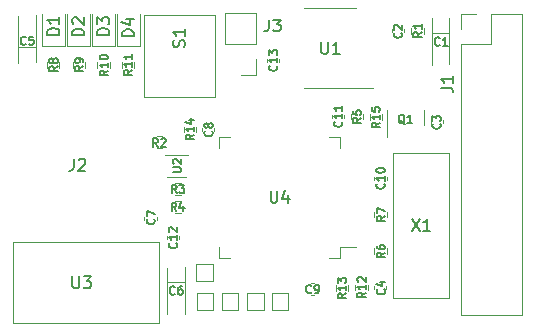
<source format=gbr>
%TF.GenerationSoftware,KiCad,Pcbnew,(6.0.7)*%
%TF.CreationDate,2022-09-02T14:05:42+02:00*%
%TF.ProjectId,blackmagic,626c6163-6b6d-4616-9769-632e6b696361,rev?*%
%TF.SameCoordinates,Original*%
%TF.FileFunction,Legend,Top*%
%TF.FilePolarity,Positive*%
%FSLAX46Y46*%
G04 Gerber Fmt 4.6, Leading zero omitted, Abs format (unit mm)*
G04 Created by KiCad (PCBNEW (6.0.7)) date 2022-09-02 14:05:42*
%MOMM*%
%LPD*%
G01*
G04 APERTURE LIST*
%ADD10C,0.150000*%
%ADD11C,0.120000*%
G04 APERTURE END LIST*
D10*
%TO.C,S1*%
X34429761Y-23511904D02*
X34477380Y-23369047D01*
X34477380Y-23130952D01*
X34429761Y-23035714D01*
X34382142Y-22988095D01*
X34286904Y-22940476D01*
X34191666Y-22940476D01*
X34096428Y-22988095D01*
X34048809Y-23035714D01*
X34001190Y-23130952D01*
X33953571Y-23321428D01*
X33905952Y-23416666D01*
X33858333Y-23464285D01*
X33763095Y-23511904D01*
X33667857Y-23511904D01*
X33572619Y-23464285D01*
X33525000Y-23416666D01*
X33477380Y-23321428D01*
X33477380Y-23083333D01*
X33525000Y-22940476D01*
X34477380Y-21988095D02*
X34477380Y-22559523D01*
X34477380Y-22273809D02*
X33477380Y-22273809D01*
X33620238Y-22369047D01*
X33715476Y-22464285D01*
X33763095Y-22559523D01*
%TO.C,X1*%
X53690476Y-38077380D02*
X54357142Y-39077380D01*
X54357142Y-38077380D02*
X53690476Y-39077380D01*
X55261904Y-39077380D02*
X54690476Y-39077380D01*
X54976190Y-39077380D02*
X54976190Y-38077380D01*
X54880952Y-38220238D01*
X54785714Y-38315476D01*
X54690476Y-38363095D01*
%TO.C,U4*%
X41738095Y-35677380D02*
X41738095Y-36486904D01*
X41785714Y-36582142D01*
X41833333Y-36629761D01*
X41928571Y-36677380D01*
X42119047Y-36677380D01*
X42214285Y-36629761D01*
X42261904Y-36582142D01*
X42309523Y-36486904D01*
X42309523Y-35677380D01*
X43214285Y-36010714D02*
X43214285Y-36677380D01*
X42976190Y-35629761D02*
X42738095Y-36344047D01*
X43357142Y-36344047D01*
%TO.C,U3*%
X24963095Y-42927380D02*
X24963095Y-43736904D01*
X25010714Y-43832142D01*
X25058333Y-43879761D01*
X25153571Y-43927380D01*
X25344047Y-43927380D01*
X25439285Y-43879761D01*
X25486904Y-43832142D01*
X25534523Y-43736904D01*
X25534523Y-42927380D01*
X25915476Y-42927380D02*
X26534523Y-42927380D01*
X26201190Y-43308333D01*
X26344047Y-43308333D01*
X26439285Y-43355952D01*
X26486904Y-43403571D01*
X26534523Y-43498809D01*
X26534523Y-43736904D01*
X26486904Y-43832142D01*
X26439285Y-43879761D01*
X26344047Y-43927380D01*
X26058333Y-43927380D01*
X25963095Y-43879761D01*
X25915476Y-43832142D01*
%TO.C,U2*%
X33466666Y-34083333D02*
X34033333Y-34083333D01*
X34100000Y-34050000D01*
X34133333Y-34016666D01*
X34166666Y-33950000D01*
X34166666Y-33816666D01*
X34133333Y-33750000D01*
X34100000Y-33716666D01*
X34033333Y-33683333D01*
X33466666Y-33683333D01*
X33533333Y-33383333D02*
X33500000Y-33350000D01*
X33466666Y-33283333D01*
X33466666Y-33116666D01*
X33500000Y-33050000D01*
X33533333Y-33016666D01*
X33600000Y-32983333D01*
X33666666Y-32983333D01*
X33766666Y-33016666D01*
X34166666Y-33416666D01*
X34166666Y-32983333D01*
%TO.C,U1*%
X46038095Y-23077380D02*
X46038095Y-23886904D01*
X46085714Y-23982142D01*
X46133333Y-24029761D01*
X46228571Y-24077380D01*
X46419047Y-24077380D01*
X46514285Y-24029761D01*
X46561904Y-23982142D01*
X46609523Y-23886904D01*
X46609523Y-23077380D01*
X47609523Y-24077380D02*
X47038095Y-24077380D01*
X47323809Y-24077380D02*
X47323809Y-23077380D01*
X47228571Y-23220238D01*
X47133333Y-23315476D01*
X47038095Y-23363095D01*
%TO.C,R15*%
X50991666Y-29900000D02*
X50658333Y-30133333D01*
X50991666Y-30300000D02*
X50291666Y-30300000D01*
X50291666Y-30033333D01*
X50325000Y-29966666D01*
X50358333Y-29933333D01*
X50425000Y-29900000D01*
X50525000Y-29900000D01*
X50591666Y-29933333D01*
X50625000Y-29966666D01*
X50658333Y-30033333D01*
X50658333Y-30300000D01*
X50991666Y-29233333D02*
X50991666Y-29633333D01*
X50991666Y-29433333D02*
X50291666Y-29433333D01*
X50391666Y-29500000D01*
X50458333Y-29566666D01*
X50491666Y-29633333D01*
X50291666Y-28600000D02*
X50291666Y-28933333D01*
X50625000Y-28966666D01*
X50591666Y-28933333D01*
X50558333Y-28866666D01*
X50558333Y-28700000D01*
X50591666Y-28633333D01*
X50625000Y-28600000D01*
X50691666Y-28566666D01*
X50858333Y-28566666D01*
X50925000Y-28600000D01*
X50958333Y-28633333D01*
X50991666Y-28700000D01*
X50991666Y-28866666D01*
X50958333Y-28933333D01*
X50925000Y-28966666D01*
%TO.C,R14*%
X35266666Y-30925000D02*
X34933333Y-31158333D01*
X35266666Y-31325000D02*
X34566666Y-31325000D01*
X34566666Y-31058333D01*
X34600000Y-30991666D01*
X34633333Y-30958333D01*
X34700000Y-30925000D01*
X34800000Y-30925000D01*
X34866666Y-30958333D01*
X34900000Y-30991666D01*
X34933333Y-31058333D01*
X34933333Y-31325000D01*
X35266666Y-30258333D02*
X35266666Y-30658333D01*
X35266666Y-30458333D02*
X34566666Y-30458333D01*
X34666666Y-30525000D01*
X34733333Y-30591666D01*
X34766666Y-30658333D01*
X34800000Y-29658333D02*
X35266666Y-29658333D01*
X34533333Y-29825000D02*
X35033333Y-29991666D01*
X35033333Y-29558333D01*
%TO.C,R13*%
X48141666Y-44375000D02*
X47808333Y-44608333D01*
X48141666Y-44775000D02*
X47441666Y-44775000D01*
X47441666Y-44508333D01*
X47475000Y-44441666D01*
X47508333Y-44408333D01*
X47575000Y-44375000D01*
X47675000Y-44375000D01*
X47741666Y-44408333D01*
X47775000Y-44441666D01*
X47808333Y-44508333D01*
X47808333Y-44775000D01*
X48141666Y-43708333D02*
X48141666Y-44108333D01*
X48141666Y-43908333D02*
X47441666Y-43908333D01*
X47541666Y-43975000D01*
X47608333Y-44041666D01*
X47641666Y-44108333D01*
X47441666Y-43475000D02*
X47441666Y-43041666D01*
X47708333Y-43275000D01*
X47708333Y-43175000D01*
X47741666Y-43108333D01*
X47775000Y-43075000D01*
X47841666Y-43041666D01*
X48008333Y-43041666D01*
X48075000Y-43075000D01*
X48108333Y-43108333D01*
X48141666Y-43175000D01*
X48141666Y-43375000D01*
X48108333Y-43441666D01*
X48075000Y-43475000D01*
%TO.C,R12*%
X49791666Y-44300000D02*
X49458333Y-44533333D01*
X49791666Y-44700000D02*
X49091666Y-44700000D01*
X49091666Y-44433333D01*
X49125000Y-44366666D01*
X49158333Y-44333333D01*
X49225000Y-44300000D01*
X49325000Y-44300000D01*
X49391666Y-44333333D01*
X49425000Y-44366666D01*
X49458333Y-44433333D01*
X49458333Y-44700000D01*
X49791666Y-43633333D02*
X49791666Y-44033333D01*
X49791666Y-43833333D02*
X49091666Y-43833333D01*
X49191666Y-43900000D01*
X49258333Y-43966666D01*
X49291666Y-44033333D01*
X49158333Y-43366666D02*
X49125000Y-43333333D01*
X49091666Y-43266666D01*
X49091666Y-43100000D01*
X49125000Y-43033333D01*
X49158333Y-43000000D01*
X49225000Y-42966666D01*
X49291666Y-42966666D01*
X49391666Y-43000000D01*
X49791666Y-43400000D01*
X49791666Y-42966666D01*
%TO.C,R11*%
X30041666Y-25450000D02*
X29708333Y-25683333D01*
X30041666Y-25850000D02*
X29341666Y-25850000D01*
X29341666Y-25583333D01*
X29375000Y-25516666D01*
X29408333Y-25483333D01*
X29475000Y-25450000D01*
X29575000Y-25450000D01*
X29641666Y-25483333D01*
X29675000Y-25516666D01*
X29708333Y-25583333D01*
X29708333Y-25850000D01*
X30041666Y-24783333D02*
X30041666Y-25183333D01*
X30041666Y-24983333D02*
X29341666Y-24983333D01*
X29441666Y-25050000D01*
X29508333Y-25116666D01*
X29541666Y-25183333D01*
X30041666Y-24116666D02*
X30041666Y-24516666D01*
X30041666Y-24316666D02*
X29341666Y-24316666D01*
X29441666Y-24383333D01*
X29508333Y-24450000D01*
X29541666Y-24516666D01*
%TO.C,R10*%
X27966666Y-25495000D02*
X27633333Y-25728333D01*
X27966666Y-25895000D02*
X27266666Y-25895000D01*
X27266666Y-25628333D01*
X27300000Y-25561666D01*
X27333333Y-25528333D01*
X27400000Y-25495000D01*
X27500000Y-25495000D01*
X27566666Y-25528333D01*
X27600000Y-25561666D01*
X27633333Y-25628333D01*
X27633333Y-25895000D01*
X27966666Y-24828333D02*
X27966666Y-25228333D01*
X27966666Y-25028333D02*
X27266666Y-25028333D01*
X27366666Y-25095000D01*
X27433333Y-25161666D01*
X27466666Y-25228333D01*
X27266666Y-24395000D02*
X27266666Y-24328333D01*
X27300000Y-24261666D01*
X27333333Y-24228333D01*
X27400000Y-24195000D01*
X27533333Y-24161666D01*
X27700000Y-24161666D01*
X27833333Y-24195000D01*
X27900000Y-24228333D01*
X27933333Y-24261666D01*
X27966666Y-24328333D01*
X27966666Y-24395000D01*
X27933333Y-24461666D01*
X27900000Y-24495000D01*
X27833333Y-24528333D01*
X27700000Y-24561666D01*
X27533333Y-24561666D01*
X27400000Y-24528333D01*
X27333333Y-24495000D01*
X27300000Y-24461666D01*
X27266666Y-24395000D01*
%TO.C,R9*%
X25866666Y-25116666D02*
X25533333Y-25350000D01*
X25866666Y-25516666D02*
X25166666Y-25516666D01*
X25166666Y-25250000D01*
X25200000Y-25183333D01*
X25233333Y-25150000D01*
X25300000Y-25116666D01*
X25400000Y-25116666D01*
X25466666Y-25150000D01*
X25500000Y-25183333D01*
X25533333Y-25250000D01*
X25533333Y-25516666D01*
X25866666Y-24783333D02*
X25866666Y-24650000D01*
X25833333Y-24583333D01*
X25800000Y-24550000D01*
X25700000Y-24483333D01*
X25566666Y-24450000D01*
X25300000Y-24450000D01*
X25233333Y-24483333D01*
X25200000Y-24516666D01*
X25166666Y-24583333D01*
X25166666Y-24716666D01*
X25200000Y-24783333D01*
X25233333Y-24816666D01*
X25300000Y-24850000D01*
X25466666Y-24850000D01*
X25533333Y-24816666D01*
X25566666Y-24783333D01*
X25600000Y-24716666D01*
X25600000Y-24583333D01*
X25566666Y-24516666D01*
X25533333Y-24483333D01*
X25466666Y-24450000D01*
%TO.C,R8*%
X23716666Y-25141666D02*
X23383333Y-25375000D01*
X23716666Y-25541666D02*
X23016666Y-25541666D01*
X23016666Y-25275000D01*
X23050000Y-25208333D01*
X23083333Y-25175000D01*
X23150000Y-25141666D01*
X23250000Y-25141666D01*
X23316666Y-25175000D01*
X23350000Y-25208333D01*
X23383333Y-25275000D01*
X23383333Y-25541666D01*
X23316666Y-24741666D02*
X23283333Y-24808333D01*
X23250000Y-24841666D01*
X23183333Y-24875000D01*
X23150000Y-24875000D01*
X23083333Y-24841666D01*
X23050000Y-24808333D01*
X23016666Y-24741666D01*
X23016666Y-24608333D01*
X23050000Y-24541666D01*
X23083333Y-24508333D01*
X23150000Y-24475000D01*
X23183333Y-24475000D01*
X23250000Y-24508333D01*
X23283333Y-24541666D01*
X23316666Y-24608333D01*
X23316666Y-24741666D01*
X23350000Y-24808333D01*
X23383333Y-24841666D01*
X23450000Y-24875000D01*
X23583333Y-24875000D01*
X23650000Y-24841666D01*
X23683333Y-24808333D01*
X23716666Y-24741666D01*
X23716666Y-24608333D01*
X23683333Y-24541666D01*
X23650000Y-24508333D01*
X23583333Y-24475000D01*
X23450000Y-24475000D01*
X23383333Y-24508333D01*
X23350000Y-24541666D01*
X23316666Y-24608333D01*
%TO.C,R7*%
X51441666Y-37816666D02*
X51108333Y-38050000D01*
X51441666Y-38216666D02*
X50741666Y-38216666D01*
X50741666Y-37950000D01*
X50775000Y-37883333D01*
X50808333Y-37850000D01*
X50875000Y-37816666D01*
X50975000Y-37816666D01*
X51041666Y-37850000D01*
X51075000Y-37883333D01*
X51108333Y-37950000D01*
X51108333Y-38216666D01*
X50741666Y-37583333D02*
X50741666Y-37116666D01*
X51441666Y-37416666D01*
%TO.C,R6*%
X51416666Y-40916666D02*
X51083333Y-41150000D01*
X51416666Y-41316666D02*
X50716666Y-41316666D01*
X50716666Y-41050000D01*
X50750000Y-40983333D01*
X50783333Y-40950000D01*
X50850000Y-40916666D01*
X50950000Y-40916666D01*
X51016666Y-40950000D01*
X51050000Y-40983333D01*
X51083333Y-41050000D01*
X51083333Y-41316666D01*
X50716666Y-40316666D02*
X50716666Y-40450000D01*
X50750000Y-40516666D01*
X50783333Y-40550000D01*
X50883333Y-40616666D01*
X51016666Y-40650000D01*
X51283333Y-40650000D01*
X51350000Y-40616666D01*
X51383333Y-40583333D01*
X51416666Y-40516666D01*
X51416666Y-40383333D01*
X51383333Y-40316666D01*
X51350000Y-40283333D01*
X51283333Y-40250000D01*
X51116666Y-40250000D01*
X51050000Y-40283333D01*
X51016666Y-40316666D01*
X50983333Y-40383333D01*
X50983333Y-40516666D01*
X51016666Y-40583333D01*
X51050000Y-40616666D01*
X51116666Y-40650000D01*
%TO.C,R5*%
X49391666Y-29516666D02*
X49058333Y-29750000D01*
X49391666Y-29916666D02*
X48691666Y-29916666D01*
X48691666Y-29650000D01*
X48725000Y-29583333D01*
X48758333Y-29550000D01*
X48825000Y-29516666D01*
X48925000Y-29516666D01*
X48991666Y-29550000D01*
X49025000Y-29583333D01*
X49058333Y-29650000D01*
X49058333Y-29916666D01*
X48691666Y-28883333D02*
X48691666Y-29216666D01*
X49025000Y-29250000D01*
X48991666Y-29216666D01*
X48958333Y-29150000D01*
X48958333Y-28983333D01*
X48991666Y-28916666D01*
X49025000Y-28883333D01*
X49091666Y-28850000D01*
X49258333Y-28850000D01*
X49325000Y-28883333D01*
X49358333Y-28916666D01*
X49391666Y-28983333D01*
X49391666Y-29150000D01*
X49358333Y-29216666D01*
X49325000Y-29250000D01*
%TO.C,R4*%
X33758333Y-37391666D02*
X33525000Y-37058333D01*
X33358333Y-37391666D02*
X33358333Y-36691666D01*
X33625000Y-36691666D01*
X33691666Y-36725000D01*
X33725000Y-36758333D01*
X33758333Y-36825000D01*
X33758333Y-36925000D01*
X33725000Y-36991666D01*
X33691666Y-37025000D01*
X33625000Y-37058333D01*
X33358333Y-37058333D01*
X34358333Y-36925000D02*
X34358333Y-37391666D01*
X34191666Y-36658333D02*
X34025000Y-37158333D01*
X34458333Y-37158333D01*
%TO.C,R3*%
X33783333Y-35866666D02*
X33550000Y-35533333D01*
X33383333Y-35866666D02*
X33383333Y-35166666D01*
X33650000Y-35166666D01*
X33716666Y-35200000D01*
X33750000Y-35233333D01*
X33783333Y-35300000D01*
X33783333Y-35400000D01*
X33750000Y-35466666D01*
X33716666Y-35500000D01*
X33650000Y-35533333D01*
X33383333Y-35533333D01*
X34016666Y-35166666D02*
X34450000Y-35166666D01*
X34216666Y-35433333D01*
X34316666Y-35433333D01*
X34383333Y-35466666D01*
X34416666Y-35500000D01*
X34450000Y-35566666D01*
X34450000Y-35733333D01*
X34416666Y-35800000D01*
X34383333Y-35833333D01*
X34316666Y-35866666D01*
X34116666Y-35866666D01*
X34050000Y-35833333D01*
X34016666Y-35800000D01*
%TO.C,R2*%
X32208333Y-31941666D02*
X31975000Y-31608333D01*
X31808333Y-31941666D02*
X31808333Y-31241666D01*
X32075000Y-31241666D01*
X32141666Y-31275000D01*
X32175000Y-31308333D01*
X32208333Y-31375000D01*
X32208333Y-31475000D01*
X32175000Y-31541666D01*
X32141666Y-31575000D01*
X32075000Y-31608333D01*
X31808333Y-31608333D01*
X32475000Y-31308333D02*
X32508333Y-31275000D01*
X32575000Y-31241666D01*
X32741666Y-31241666D01*
X32808333Y-31275000D01*
X32841666Y-31308333D01*
X32875000Y-31375000D01*
X32875000Y-31441666D01*
X32841666Y-31541666D01*
X32441666Y-31941666D01*
X32875000Y-31941666D01*
%TO.C,R1*%
X54541666Y-22216666D02*
X54208333Y-22450000D01*
X54541666Y-22616666D02*
X53841666Y-22616666D01*
X53841666Y-22350000D01*
X53875000Y-22283333D01*
X53908333Y-22250000D01*
X53975000Y-22216666D01*
X54075000Y-22216666D01*
X54141666Y-22250000D01*
X54175000Y-22283333D01*
X54208333Y-22350000D01*
X54208333Y-22616666D01*
X54541666Y-21550000D02*
X54541666Y-21950000D01*
X54541666Y-21750000D02*
X53841666Y-21750000D01*
X53941666Y-21816666D01*
X54008333Y-21883333D01*
X54041666Y-21950000D01*
%TO.C,Q1*%
X53083333Y-30033333D02*
X53016666Y-30000000D01*
X52950000Y-29933333D01*
X52850000Y-29833333D01*
X52783333Y-29800000D01*
X52716666Y-29800000D01*
X52750000Y-29966666D02*
X52683333Y-29933333D01*
X52616666Y-29866666D01*
X52583333Y-29733333D01*
X52583333Y-29500000D01*
X52616666Y-29366666D01*
X52683333Y-29300000D01*
X52750000Y-29266666D01*
X52883333Y-29266666D01*
X52950000Y-29300000D01*
X53016666Y-29366666D01*
X53050000Y-29500000D01*
X53050000Y-29733333D01*
X53016666Y-29866666D01*
X52950000Y-29933333D01*
X52883333Y-29966666D01*
X52750000Y-29966666D01*
X53716666Y-29966666D02*
X53316666Y-29966666D01*
X53516666Y-29966666D02*
X53516666Y-29266666D01*
X53450000Y-29366666D01*
X53383333Y-29433333D01*
X53316666Y-29466666D01*
%TO.C,J3*%
X41591666Y-21177380D02*
X41591666Y-21891666D01*
X41544047Y-22034523D01*
X41448809Y-22129761D01*
X41305952Y-22177380D01*
X41210714Y-22177380D01*
X41972619Y-21177380D02*
X42591666Y-21177380D01*
X42258333Y-21558333D01*
X42401190Y-21558333D01*
X42496428Y-21605952D01*
X42544047Y-21653571D01*
X42591666Y-21748809D01*
X42591666Y-21986904D01*
X42544047Y-22082142D01*
X42496428Y-22129761D01*
X42401190Y-22177380D01*
X42115476Y-22177380D01*
X42020238Y-22129761D01*
X41972619Y-22082142D01*
%TO.C,J2*%
X25066666Y-32977380D02*
X25066666Y-33691666D01*
X25019047Y-33834523D01*
X24923809Y-33929761D01*
X24780952Y-33977380D01*
X24685714Y-33977380D01*
X25495238Y-33072619D02*
X25542857Y-33025000D01*
X25638095Y-32977380D01*
X25876190Y-32977380D01*
X25971428Y-33025000D01*
X26019047Y-33072619D01*
X26066666Y-33167857D01*
X26066666Y-33263095D01*
X26019047Y-33405952D01*
X25447619Y-33977380D01*
X26066666Y-33977380D01*
%TO.C,J1*%
X56152380Y-26958333D02*
X56866666Y-26958333D01*
X57009523Y-27005952D01*
X57104761Y-27101190D01*
X57152380Y-27244047D01*
X57152380Y-27339285D01*
X57152380Y-25958333D02*
X57152380Y-26529761D01*
X57152380Y-26244047D02*
X56152380Y-26244047D01*
X56295238Y-26339285D01*
X56390476Y-26434523D01*
X56438095Y-26529761D01*
%TO.C,D4*%
X30152380Y-22588095D02*
X29152380Y-22588095D01*
X29152380Y-22350000D01*
X29200000Y-22207142D01*
X29295238Y-22111904D01*
X29390476Y-22064285D01*
X29580952Y-22016666D01*
X29723809Y-22016666D01*
X29914285Y-22064285D01*
X30009523Y-22111904D01*
X30104761Y-22207142D01*
X30152380Y-22350000D01*
X30152380Y-22588095D01*
X29485714Y-21159523D02*
X30152380Y-21159523D01*
X29104761Y-21397619D02*
X29819047Y-21635714D01*
X29819047Y-21016666D01*
%TO.C,D3*%
X28077380Y-22488095D02*
X27077380Y-22488095D01*
X27077380Y-22250000D01*
X27125000Y-22107142D01*
X27220238Y-22011904D01*
X27315476Y-21964285D01*
X27505952Y-21916666D01*
X27648809Y-21916666D01*
X27839285Y-21964285D01*
X27934523Y-22011904D01*
X28029761Y-22107142D01*
X28077380Y-22250000D01*
X28077380Y-22488095D01*
X27077380Y-21583333D02*
X27077380Y-20964285D01*
X27458333Y-21297619D01*
X27458333Y-21154761D01*
X27505952Y-21059523D01*
X27553571Y-21011904D01*
X27648809Y-20964285D01*
X27886904Y-20964285D01*
X27982142Y-21011904D01*
X28029761Y-21059523D01*
X28077380Y-21154761D01*
X28077380Y-21440476D01*
X28029761Y-21535714D01*
X27982142Y-21583333D01*
%TO.C,D2*%
X25952380Y-22513095D02*
X24952380Y-22513095D01*
X24952380Y-22275000D01*
X25000000Y-22132142D01*
X25095238Y-22036904D01*
X25190476Y-21989285D01*
X25380952Y-21941666D01*
X25523809Y-21941666D01*
X25714285Y-21989285D01*
X25809523Y-22036904D01*
X25904761Y-22132142D01*
X25952380Y-22275000D01*
X25952380Y-22513095D01*
X25047619Y-21560714D02*
X25000000Y-21513095D01*
X24952380Y-21417857D01*
X24952380Y-21179761D01*
X25000000Y-21084523D01*
X25047619Y-21036904D01*
X25142857Y-20989285D01*
X25238095Y-20989285D01*
X25380952Y-21036904D01*
X25952380Y-21608333D01*
X25952380Y-20989285D01*
%TO.C,D1*%
X23852380Y-22483095D02*
X22852380Y-22483095D01*
X22852380Y-22245000D01*
X22900000Y-22102142D01*
X22995238Y-22006904D01*
X23090476Y-21959285D01*
X23280952Y-21911666D01*
X23423809Y-21911666D01*
X23614285Y-21959285D01*
X23709523Y-22006904D01*
X23804761Y-22102142D01*
X23852380Y-22245000D01*
X23852380Y-22483095D01*
X23852380Y-20959285D02*
X23852380Y-21530714D01*
X23852380Y-21245000D02*
X22852380Y-21245000D01*
X22995238Y-21340238D01*
X23090476Y-21435476D01*
X23138095Y-21530714D01*
%TO.C,C13*%
X42250000Y-25075000D02*
X42283333Y-25108333D01*
X42316666Y-25208333D01*
X42316666Y-25275000D01*
X42283333Y-25375000D01*
X42216666Y-25441666D01*
X42150000Y-25475000D01*
X42016666Y-25508333D01*
X41916666Y-25508333D01*
X41783333Y-25475000D01*
X41716666Y-25441666D01*
X41650000Y-25375000D01*
X41616666Y-25275000D01*
X41616666Y-25208333D01*
X41650000Y-25108333D01*
X41683333Y-25075000D01*
X42316666Y-24408333D02*
X42316666Y-24808333D01*
X42316666Y-24608333D02*
X41616666Y-24608333D01*
X41716666Y-24675000D01*
X41783333Y-24741666D01*
X41816666Y-24808333D01*
X41616666Y-24175000D02*
X41616666Y-23741666D01*
X41883333Y-23975000D01*
X41883333Y-23875000D01*
X41916666Y-23808333D01*
X41950000Y-23775000D01*
X42016666Y-23741666D01*
X42183333Y-23741666D01*
X42250000Y-23775000D01*
X42283333Y-23808333D01*
X42316666Y-23875000D01*
X42316666Y-24075000D01*
X42283333Y-24141666D01*
X42250000Y-24175000D01*
%TO.C,C12*%
X33750000Y-40100000D02*
X33783333Y-40133333D01*
X33816666Y-40233333D01*
X33816666Y-40300000D01*
X33783333Y-40400000D01*
X33716666Y-40466666D01*
X33650000Y-40500000D01*
X33516666Y-40533333D01*
X33416666Y-40533333D01*
X33283333Y-40500000D01*
X33216666Y-40466666D01*
X33150000Y-40400000D01*
X33116666Y-40300000D01*
X33116666Y-40233333D01*
X33150000Y-40133333D01*
X33183333Y-40100000D01*
X33816666Y-39433333D02*
X33816666Y-39833333D01*
X33816666Y-39633333D02*
X33116666Y-39633333D01*
X33216666Y-39700000D01*
X33283333Y-39766666D01*
X33316666Y-39833333D01*
X33183333Y-39166666D02*
X33150000Y-39133333D01*
X33116666Y-39066666D01*
X33116666Y-38900000D01*
X33150000Y-38833333D01*
X33183333Y-38800000D01*
X33250000Y-38766666D01*
X33316666Y-38766666D01*
X33416666Y-38800000D01*
X33816666Y-39200000D01*
X33816666Y-38766666D01*
%TO.C,C11*%
X47750000Y-29825000D02*
X47783333Y-29858333D01*
X47816666Y-29958333D01*
X47816666Y-30025000D01*
X47783333Y-30125000D01*
X47716666Y-30191666D01*
X47650000Y-30225000D01*
X47516666Y-30258333D01*
X47416666Y-30258333D01*
X47283333Y-30225000D01*
X47216666Y-30191666D01*
X47150000Y-30125000D01*
X47116666Y-30025000D01*
X47116666Y-29958333D01*
X47150000Y-29858333D01*
X47183333Y-29825000D01*
X47816666Y-29158333D02*
X47816666Y-29558333D01*
X47816666Y-29358333D02*
X47116666Y-29358333D01*
X47216666Y-29425000D01*
X47283333Y-29491666D01*
X47316666Y-29558333D01*
X47816666Y-28491666D02*
X47816666Y-28891666D01*
X47816666Y-28691666D02*
X47116666Y-28691666D01*
X47216666Y-28758333D01*
X47283333Y-28825000D01*
X47316666Y-28891666D01*
%TO.C,C10*%
X51325000Y-35075000D02*
X51358333Y-35108333D01*
X51391666Y-35208333D01*
X51391666Y-35275000D01*
X51358333Y-35375000D01*
X51291666Y-35441666D01*
X51225000Y-35475000D01*
X51091666Y-35508333D01*
X50991666Y-35508333D01*
X50858333Y-35475000D01*
X50791666Y-35441666D01*
X50725000Y-35375000D01*
X50691666Y-35275000D01*
X50691666Y-35208333D01*
X50725000Y-35108333D01*
X50758333Y-35075000D01*
X51391666Y-34408333D02*
X51391666Y-34808333D01*
X51391666Y-34608333D02*
X50691666Y-34608333D01*
X50791666Y-34675000D01*
X50858333Y-34741666D01*
X50891666Y-34808333D01*
X50691666Y-33975000D02*
X50691666Y-33908333D01*
X50725000Y-33841666D01*
X50758333Y-33808333D01*
X50825000Y-33775000D01*
X50958333Y-33741666D01*
X51125000Y-33741666D01*
X51258333Y-33775000D01*
X51325000Y-33808333D01*
X51358333Y-33841666D01*
X51391666Y-33908333D01*
X51391666Y-33975000D01*
X51358333Y-34041666D01*
X51325000Y-34075000D01*
X51258333Y-34108333D01*
X51125000Y-34141666D01*
X50958333Y-34141666D01*
X50825000Y-34108333D01*
X50758333Y-34075000D01*
X50725000Y-34041666D01*
X50691666Y-33975000D01*
%TO.C,C9*%
X45183333Y-44275000D02*
X45150000Y-44308333D01*
X45050000Y-44341666D01*
X44983333Y-44341666D01*
X44883333Y-44308333D01*
X44816666Y-44241666D01*
X44783333Y-44175000D01*
X44750000Y-44041666D01*
X44750000Y-43941666D01*
X44783333Y-43808333D01*
X44816666Y-43741666D01*
X44883333Y-43675000D01*
X44983333Y-43641666D01*
X45050000Y-43641666D01*
X45150000Y-43675000D01*
X45183333Y-43708333D01*
X45516666Y-44341666D02*
X45650000Y-44341666D01*
X45716666Y-44308333D01*
X45750000Y-44275000D01*
X45816666Y-44175000D01*
X45850000Y-44041666D01*
X45850000Y-43775000D01*
X45816666Y-43708333D01*
X45783333Y-43675000D01*
X45716666Y-43641666D01*
X45583333Y-43641666D01*
X45516666Y-43675000D01*
X45483333Y-43708333D01*
X45450000Y-43775000D01*
X45450000Y-43941666D01*
X45483333Y-44008333D01*
X45516666Y-44041666D01*
X45583333Y-44075000D01*
X45716666Y-44075000D01*
X45783333Y-44041666D01*
X45816666Y-44008333D01*
X45850000Y-43941666D01*
%TO.C,C8*%
X36775000Y-30616666D02*
X36808333Y-30650000D01*
X36841666Y-30750000D01*
X36841666Y-30816666D01*
X36808333Y-30916666D01*
X36741666Y-30983333D01*
X36675000Y-31016666D01*
X36541666Y-31050000D01*
X36441666Y-31050000D01*
X36308333Y-31016666D01*
X36241666Y-30983333D01*
X36175000Y-30916666D01*
X36141666Y-30816666D01*
X36141666Y-30750000D01*
X36175000Y-30650000D01*
X36208333Y-30616666D01*
X36441666Y-30216666D02*
X36408333Y-30283333D01*
X36375000Y-30316666D01*
X36308333Y-30350000D01*
X36275000Y-30350000D01*
X36208333Y-30316666D01*
X36175000Y-30283333D01*
X36141666Y-30216666D01*
X36141666Y-30083333D01*
X36175000Y-30016666D01*
X36208333Y-29983333D01*
X36275000Y-29950000D01*
X36308333Y-29950000D01*
X36375000Y-29983333D01*
X36408333Y-30016666D01*
X36441666Y-30083333D01*
X36441666Y-30216666D01*
X36475000Y-30283333D01*
X36508333Y-30316666D01*
X36575000Y-30350000D01*
X36708333Y-30350000D01*
X36775000Y-30316666D01*
X36808333Y-30283333D01*
X36841666Y-30216666D01*
X36841666Y-30083333D01*
X36808333Y-30016666D01*
X36775000Y-29983333D01*
X36708333Y-29950000D01*
X36575000Y-29950000D01*
X36508333Y-29983333D01*
X36475000Y-30016666D01*
X36441666Y-30083333D01*
%TO.C,C7*%
X31875000Y-38066666D02*
X31908333Y-38100000D01*
X31941666Y-38200000D01*
X31941666Y-38266666D01*
X31908333Y-38366666D01*
X31841666Y-38433333D01*
X31775000Y-38466666D01*
X31641666Y-38500000D01*
X31541666Y-38500000D01*
X31408333Y-38466666D01*
X31341666Y-38433333D01*
X31275000Y-38366666D01*
X31241666Y-38266666D01*
X31241666Y-38200000D01*
X31275000Y-38100000D01*
X31308333Y-38066666D01*
X31241666Y-37833333D02*
X31241666Y-37366666D01*
X31941666Y-37666666D01*
%TO.C,C6*%
X33633333Y-44400000D02*
X33600000Y-44433333D01*
X33500000Y-44466666D01*
X33433333Y-44466666D01*
X33333333Y-44433333D01*
X33266666Y-44366666D01*
X33233333Y-44300000D01*
X33200000Y-44166666D01*
X33200000Y-44066666D01*
X33233333Y-43933333D01*
X33266666Y-43866666D01*
X33333333Y-43800000D01*
X33433333Y-43766666D01*
X33500000Y-43766666D01*
X33600000Y-43800000D01*
X33633333Y-43833333D01*
X34233333Y-43766666D02*
X34100000Y-43766666D01*
X34033333Y-43800000D01*
X34000000Y-43833333D01*
X33933333Y-43933333D01*
X33900000Y-44066666D01*
X33900000Y-44333333D01*
X33933333Y-44400000D01*
X33966666Y-44433333D01*
X34033333Y-44466666D01*
X34166666Y-44466666D01*
X34233333Y-44433333D01*
X34266666Y-44400000D01*
X34300000Y-44333333D01*
X34300000Y-44166666D01*
X34266666Y-44100000D01*
X34233333Y-44066666D01*
X34166666Y-44033333D01*
X34033333Y-44033333D01*
X33966666Y-44066666D01*
X33933333Y-44100000D01*
X33900000Y-44166666D01*
%TO.C,C5*%
X21008333Y-23250000D02*
X20975000Y-23283333D01*
X20875000Y-23316666D01*
X20808333Y-23316666D01*
X20708333Y-23283333D01*
X20641666Y-23216666D01*
X20608333Y-23150000D01*
X20575000Y-23016666D01*
X20575000Y-22916666D01*
X20608333Y-22783333D01*
X20641666Y-22716666D01*
X20708333Y-22650000D01*
X20808333Y-22616666D01*
X20875000Y-22616666D01*
X20975000Y-22650000D01*
X21008333Y-22683333D01*
X21641666Y-22616666D02*
X21308333Y-22616666D01*
X21275000Y-22950000D01*
X21308333Y-22916666D01*
X21375000Y-22883333D01*
X21541666Y-22883333D01*
X21608333Y-22916666D01*
X21641666Y-22950000D01*
X21675000Y-23016666D01*
X21675000Y-23183333D01*
X21641666Y-23250000D01*
X21608333Y-23283333D01*
X21541666Y-23316666D01*
X21375000Y-23316666D01*
X21308333Y-23283333D01*
X21275000Y-23250000D01*
%TO.C,C4*%
X51375000Y-44016666D02*
X51408333Y-44050000D01*
X51441666Y-44150000D01*
X51441666Y-44216666D01*
X51408333Y-44316666D01*
X51341666Y-44383333D01*
X51275000Y-44416666D01*
X51141666Y-44450000D01*
X51041666Y-44450000D01*
X50908333Y-44416666D01*
X50841666Y-44383333D01*
X50775000Y-44316666D01*
X50741666Y-44216666D01*
X50741666Y-44150000D01*
X50775000Y-44050000D01*
X50808333Y-44016666D01*
X50975000Y-43416666D02*
X51441666Y-43416666D01*
X50708333Y-43583333D02*
X51208333Y-43750000D01*
X51208333Y-43316666D01*
%TO.C,C3*%
X56075000Y-29991666D02*
X56108333Y-30025000D01*
X56141666Y-30125000D01*
X56141666Y-30191666D01*
X56108333Y-30291666D01*
X56041666Y-30358333D01*
X55975000Y-30391666D01*
X55841666Y-30425000D01*
X55741666Y-30425000D01*
X55608333Y-30391666D01*
X55541666Y-30358333D01*
X55475000Y-30291666D01*
X55441666Y-30191666D01*
X55441666Y-30125000D01*
X55475000Y-30025000D01*
X55508333Y-29991666D01*
X55441666Y-29758333D02*
X55441666Y-29325000D01*
X55708333Y-29558333D01*
X55708333Y-29458333D01*
X55741666Y-29391666D01*
X55775000Y-29358333D01*
X55841666Y-29325000D01*
X56008333Y-29325000D01*
X56075000Y-29358333D01*
X56108333Y-29391666D01*
X56141666Y-29458333D01*
X56141666Y-29658333D01*
X56108333Y-29725000D01*
X56075000Y-29758333D01*
%TO.C,C2*%
X52800000Y-22291666D02*
X52833333Y-22325000D01*
X52866666Y-22425000D01*
X52866666Y-22491666D01*
X52833333Y-22591666D01*
X52766666Y-22658333D01*
X52700000Y-22691666D01*
X52566666Y-22725000D01*
X52466666Y-22725000D01*
X52333333Y-22691666D01*
X52266666Y-22658333D01*
X52200000Y-22591666D01*
X52166666Y-22491666D01*
X52166666Y-22425000D01*
X52200000Y-22325000D01*
X52233333Y-22291666D01*
X52233333Y-22025000D02*
X52200000Y-21991666D01*
X52166666Y-21925000D01*
X52166666Y-21758333D01*
X52200000Y-21691666D01*
X52233333Y-21658333D01*
X52300000Y-21625000D01*
X52366666Y-21625000D01*
X52466666Y-21658333D01*
X52866666Y-22058333D01*
X52866666Y-21625000D01*
%TO.C,C1*%
X56058333Y-23325000D02*
X56025000Y-23358333D01*
X55925000Y-23391666D01*
X55858333Y-23391666D01*
X55758333Y-23358333D01*
X55691666Y-23291666D01*
X55658333Y-23225000D01*
X55625000Y-23091666D01*
X55625000Y-22991666D01*
X55658333Y-22858333D01*
X55691666Y-22791666D01*
X55758333Y-22725000D01*
X55858333Y-22691666D01*
X55925000Y-22691666D01*
X56025000Y-22725000D01*
X56058333Y-22758333D01*
X56725000Y-23391666D02*
X56325000Y-23391666D01*
X56525000Y-23391666D02*
X56525000Y-22691666D01*
X56458333Y-22791666D01*
X56391666Y-22858333D01*
X56325000Y-22891666D01*
D11*
%TO.C,TP5*%
X41825000Y-45750000D02*
X41825000Y-44350000D01*
X43225000Y-44350000D02*
X43225000Y-45750000D01*
X41825000Y-44350000D02*
X43225000Y-44350000D01*
X43225000Y-45750000D02*
X41825000Y-45750000D01*
%TO.C,TP4*%
X39750000Y-45775000D02*
X39750000Y-44375000D01*
X41150000Y-44375000D02*
X41150000Y-45775000D01*
X39750000Y-44375000D02*
X41150000Y-44375000D01*
X41150000Y-45775000D02*
X39750000Y-45775000D01*
%TO.C,TP3*%
X37600000Y-45750000D02*
X37600000Y-44350000D01*
X39000000Y-44350000D02*
X39000000Y-45750000D01*
X37600000Y-44350000D02*
X39000000Y-44350000D01*
X39000000Y-45750000D02*
X37600000Y-45750000D01*
%TO.C,TP2*%
X35475000Y-45750000D02*
X35475000Y-44350000D01*
X36875000Y-44350000D02*
X36875000Y-45750000D01*
X35475000Y-44350000D02*
X36875000Y-44350000D01*
X36875000Y-45750000D02*
X35475000Y-45750000D01*
%TO.C,TP1*%
X35450000Y-43275000D02*
X35450000Y-41875000D01*
X36850000Y-41875000D02*
X36850000Y-43275000D01*
X35450000Y-41875000D02*
X36850000Y-41875000D01*
X36850000Y-43275000D02*
X35450000Y-43275000D01*
%TO.C,S1*%
X31025000Y-27780000D02*
X37005000Y-27780000D01*
X37005000Y-27780000D02*
X37005000Y-20810000D01*
X37005000Y-20810000D02*
X31025000Y-20810000D01*
X31025000Y-20810000D02*
X31025000Y-27780000D01*
%TO.C,X1*%
X56880000Y-32465000D02*
X52110000Y-32465000D01*
X52110000Y-32465000D02*
X52110000Y-44785000D01*
X52110000Y-44785000D02*
X56880000Y-44785000D01*
X56880000Y-44785000D02*
X56880000Y-32465000D01*
%TO.C,U4*%
X46660000Y-41360000D02*
X47610000Y-41360000D01*
X38340000Y-41360000D02*
X37390000Y-41360000D01*
X37390000Y-31140000D02*
X37390000Y-32090000D01*
X38340000Y-31140000D02*
X37390000Y-31140000D01*
X46660000Y-31140000D02*
X47610000Y-31140000D01*
X47610000Y-41360000D02*
X47610000Y-40410000D01*
X37390000Y-41360000D02*
X37390000Y-40410000D01*
X47610000Y-31140000D02*
X47610000Y-32090000D01*
X47610000Y-40410000D02*
X48950000Y-40410000D01*
%TO.C,U3*%
X32275000Y-46905000D02*
X19975000Y-46905000D01*
X19975000Y-46905000D02*
X19975000Y-39985000D01*
X19975000Y-39985000D02*
X32275000Y-39985000D01*
X32275000Y-39985000D02*
X32275000Y-46905000D01*
%TO.C,U2*%
X34725000Y-32675000D02*
X32825000Y-32675000D01*
X32975000Y-34475000D02*
X34575000Y-34475000D01*
%TO.C,U1*%
X46775000Y-27010000D02*
X44575000Y-27010000D01*
X46775000Y-27010000D02*
X50375000Y-27010000D01*
X46775000Y-20240000D02*
X44575000Y-20240000D01*
X46775000Y-20240000D02*
X48975000Y-20240000D01*
%TO.C,R15*%
X51172500Y-29687258D02*
X51172500Y-29212742D01*
X50127500Y-29687258D02*
X50127500Y-29212742D01*
%TO.C,R14*%
X35422500Y-30712258D02*
X35422500Y-30237742D01*
X34377500Y-30712258D02*
X34377500Y-30237742D01*
%TO.C,R13*%
X48322500Y-44162258D02*
X48322500Y-43687742D01*
X47277500Y-44162258D02*
X47277500Y-43687742D01*
%TO.C,R12*%
X48927500Y-44112258D02*
X48927500Y-43637742D01*
X49972500Y-44112258D02*
X49972500Y-43637742D01*
%TO.C,R11*%
X30217500Y-25257258D02*
X30217500Y-24782742D01*
X29172500Y-25257258D02*
X29172500Y-24782742D01*
%TO.C,R10*%
X28117500Y-25282258D02*
X28117500Y-24807742D01*
X27072500Y-25282258D02*
X27072500Y-24807742D01*
%TO.C,R9*%
X26042500Y-25282258D02*
X26042500Y-24807742D01*
X24997500Y-25282258D02*
X24997500Y-24807742D01*
%TO.C,R8*%
X23867500Y-25282258D02*
X23867500Y-24807742D01*
X22822500Y-25282258D02*
X22822500Y-24807742D01*
%TO.C,R7*%
X50527500Y-37462742D02*
X50527500Y-37937258D01*
X51572500Y-37462742D02*
X51572500Y-37937258D01*
%TO.C,R6*%
X50527500Y-40562742D02*
X50527500Y-41037258D01*
X51572500Y-40562742D02*
X51572500Y-41037258D01*
%TO.C,R5*%
X48527500Y-29162742D02*
X48527500Y-29637258D01*
X49572500Y-29162742D02*
X49572500Y-29637258D01*
%TO.C,R4*%
X33662742Y-36527500D02*
X34137258Y-36527500D01*
X33662742Y-37572500D02*
X34137258Y-37572500D01*
%TO.C,R3*%
X33662742Y-36047500D02*
X34137258Y-36047500D01*
X33662742Y-35002500D02*
X34137258Y-35002500D01*
%TO.C,R2*%
X32087742Y-32097500D02*
X32562258Y-32097500D01*
X32087742Y-31052500D02*
X32562258Y-31052500D01*
%TO.C,R1*%
X53652500Y-21912742D02*
X53652500Y-22387258D01*
X54697500Y-21912742D02*
X54697500Y-22387258D01*
%TO.C,Q1*%
X51640000Y-29450000D02*
X51640000Y-28800000D01*
X54760000Y-29450000D02*
X54760000Y-28800000D01*
X51640000Y-29450000D02*
X51640000Y-31125000D01*
X54760000Y-29450000D02*
X54760000Y-30100000D01*
%TO.C,J3*%
X37870000Y-23255000D02*
X37870000Y-20655000D01*
X40530000Y-25855000D02*
X39200000Y-25855000D01*
X40530000Y-23255000D02*
X37870000Y-23255000D01*
X40530000Y-23255000D02*
X40530000Y-20655000D01*
X40530000Y-20655000D02*
X37870000Y-20655000D01*
X40530000Y-24525000D02*
X40530000Y-25855000D01*
%TO.C,J1*%
X63045000Y-20670000D02*
X63045000Y-46190000D01*
X57845000Y-23270000D02*
X60445000Y-23270000D01*
X57845000Y-22000000D02*
X57845000Y-20670000D01*
X60445000Y-20670000D02*
X63045000Y-20670000D01*
X57845000Y-46190000D02*
X63045000Y-46190000D01*
X57845000Y-20670000D02*
X59175000Y-20670000D01*
X57845000Y-23270000D02*
X57845000Y-46190000D01*
X60445000Y-23270000D02*
X60445000Y-20670000D01*
%TO.C,D4*%
X30655000Y-23430000D02*
X30655000Y-20745000D01*
X28735000Y-23430000D02*
X30655000Y-23430000D01*
X28735000Y-20745000D02*
X28735000Y-23430000D01*
%TO.C,D3*%
X28555000Y-23430000D02*
X28555000Y-20745000D01*
X26635000Y-23430000D02*
X28555000Y-23430000D01*
X26635000Y-20745000D02*
X26635000Y-23430000D01*
%TO.C,D2*%
X26430000Y-23430000D02*
X26430000Y-20745000D01*
X24510000Y-23430000D02*
X26430000Y-23430000D01*
X24510000Y-20745000D02*
X24510000Y-23430000D01*
%TO.C,D1*%
X24305000Y-23430000D02*
X24305000Y-20745000D01*
X22385000Y-23430000D02*
X24305000Y-23430000D01*
X22385000Y-20745000D02*
X22385000Y-23430000D01*
%TO.C,C13*%
X42485000Y-24765580D02*
X42485000Y-24484420D01*
X41465000Y-24765580D02*
X41465000Y-24484420D01*
%TO.C,C12*%
X33985000Y-39790580D02*
X33985000Y-39509420D01*
X32965000Y-39790580D02*
X32965000Y-39509420D01*
%TO.C,C11*%
X47985000Y-29540580D02*
X47985000Y-29259420D01*
X46965000Y-29540580D02*
X46965000Y-29259420D01*
%TO.C,C10*%
X50540000Y-34484420D02*
X50540000Y-34765580D01*
X51560000Y-34484420D02*
X51560000Y-34765580D01*
%TO.C,C9*%
X45440580Y-43490000D02*
X45159420Y-43490000D01*
X45440580Y-44510000D02*
X45159420Y-44510000D01*
%TO.C,C8*%
X36960000Y-30640580D02*
X36960000Y-30359420D01*
X35940000Y-30640580D02*
X35940000Y-30359420D01*
%TO.C,C7*%
X32085000Y-38140580D02*
X32085000Y-37859420D01*
X31065000Y-38140580D02*
X31065000Y-37859420D01*
%TO.C,C6*%
X34500000Y-42125000D02*
X34500000Y-46075000D01*
X34490000Y-43405000D02*
X33020000Y-43405000D01*
X33010000Y-42175000D02*
X33010000Y-46125000D01*
%TO.C,C5*%
X20375000Y-24825000D02*
X20375000Y-20875000D01*
X20385000Y-23545000D02*
X21855000Y-23545000D01*
X21865000Y-24775000D02*
X21865000Y-20825000D01*
%TO.C,C4*%
X50515000Y-43709420D02*
X50515000Y-43990580D01*
X51535000Y-43709420D02*
X51535000Y-43990580D01*
%TO.C,C3*%
X56310000Y-29965580D02*
X56310000Y-29684420D01*
X55290000Y-29965580D02*
X55290000Y-29684420D01*
%TO.C,C2*%
X52015000Y-21984420D02*
X52015000Y-22265580D01*
X53035000Y-21984420D02*
X53035000Y-22265580D01*
%TO.C,C1*%
X56875000Y-21025000D02*
X56875000Y-24975000D01*
X56865000Y-22305000D02*
X55395000Y-22305000D01*
X55385000Y-21075000D02*
X55385000Y-25025000D01*
%TD*%
M02*

</source>
